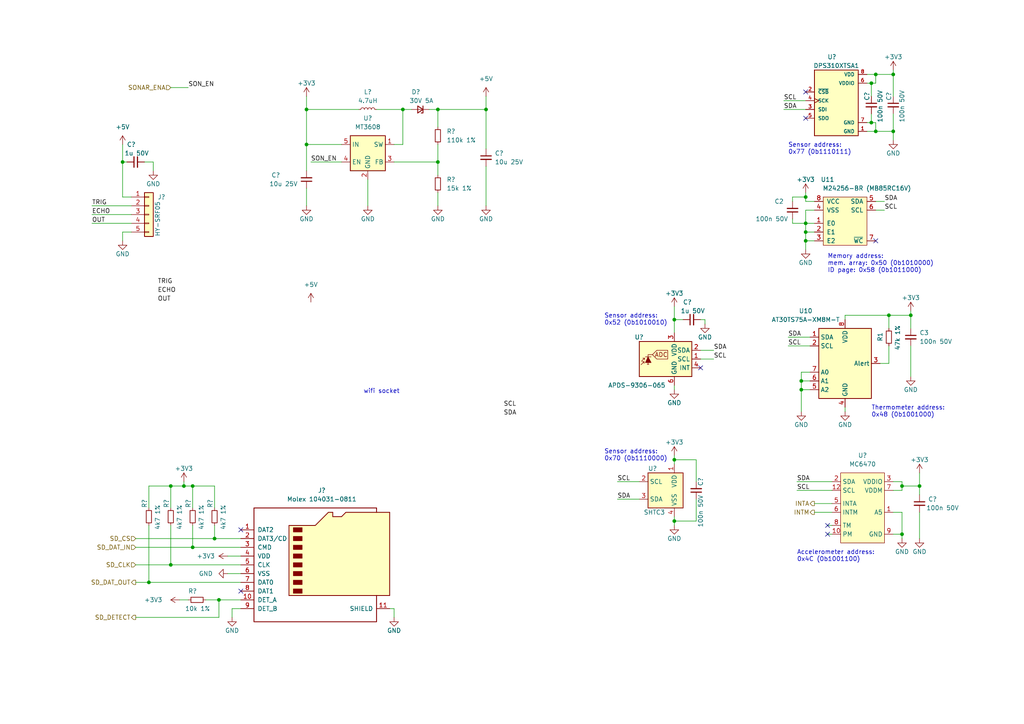
<source format=kicad_sch>
(kicad_sch (version 20211123) (generator eeschema)
  (paper "A4")
  (lib_symbols
    (symbol "Connector:Micro_SD_Card_Det" (pin_names (offset 1.016))
      (property "Reference" "J" (at -16.51 17.78 0))
      (property "Value" "Micro_SD_Card_Det" (at 16.51 17.78 0))
      (symbol "Micro_SD_Card_Det_0_1"
        (rectangle (start -7.62 -6.985) (end -5.08 -8.255) (fill (type outline)))
        (rectangle (start -7.62 -4.445) (end -5.08 -5.715) (fill (type outline)))
        (rectangle (start -7.62 -1.905) (end -5.08 -3.175) (fill (type outline)))
        (rectangle (start -7.62 0.635) (end -5.08 -0.635) (fill (type outline)))
        (rectangle (start -7.62 3.175) (end -5.08 1.905) (fill (type outline)))
        (rectangle (start -7.62 5.715) (end -5.08 4.445) (fill (type outline)))
        (rectangle (start -7.62 8.255) (end -5.08 6.985) (fill (type outline)))
        (rectangle (start -7.62 10.795) (end -5.08 9.525) (fill (type outline)))
        (polyline (pts (xy 16.51 15.24) (xy 16.51 16.51) (xy -19.05 16.51) (xy -19.05 -16.51) (xy 16.51 -16.51) (xy 16.51 -8.89)) (stroke (width 0.254)))
        (polyline (pts (xy -8.89 -8.89) (xy -8.89 11.43) (xy -1.27 11.43) (xy 2.54 15.24) (xy 3.81 15.24) (xy 3.81 13.97) (xy 6.35 13.97) (xy 7.62 15.24) (xy 20.32 15.24) (xy 20.32 -8.89) (xy -8.89 -8.89)) (stroke (width 0.254)) (fill (type background)))
      )
      (symbol "Micro_SD_Card_Det_1_1"
        (pin bidirectional line (at -22.86 10.16 0) (length 3.81) (name "DAT2") (number "1"))
        (pin passive line (at -22.86 -10.16 0) (length 3.81) (name "DET_A") (number "10"))
        (pin passive line (at 20.32 -12.7 180) (length 3.81) (name "SHIELD") (number "11"))
        (pin bidirectional line (at -22.86 7.62 0) (length 3.81) (name "DAT3/CD") (number "2"))
        (pin input line (at -22.86 5.08 0) (length 3.81) (name "CMD") (number "3"))
        (pin power_in line (at -22.86 2.54 0) (length 3.81) (name "VDD") (number "4"))
        (pin input line (at -22.86 0 0) (length 3.81) (name "CLK") (number "5"))
        (pin power_in line (at -22.86 -2.54 0) (length 3.81) (name "VSS") (number "6"))
        (pin bidirectional line (at -22.86 -5.08 0) (length 3.81) (name "DAT0") (number "7"))
        (pin bidirectional line (at -22.86 -7.62 0) (length 3.81) (name "DAT1") (number "8"))
        (pin passive line (at -22.86 -12.7 0) (length 3.81) (name "DET_B") (number "9"))
      )
    )
    (symbol "Connector_Generic:Conn_01x05" (pin_names (offset 1.016) hide)
      (property "Reference" "J" (at 0 7.62 0))
      (property "Value" "Conn_01x05" (at 0 -7.62 0))
      (symbol "Conn_01x05_1_1"
        (rectangle (start -1.27 -4.953) (end 0 -5.207) (stroke (width 0.1524)))
        (rectangle (start -1.27 -2.413) (end 0 -2.667) (stroke (width 0.1524)))
        (rectangle (start -1.27 0.127) (end 0 -0.127) (stroke (width 0.1524)))
        (rectangle (start -1.27 2.667) (end 0 2.413) (stroke (width 0.1524)))
        (rectangle (start -1.27 5.207) (end 0 4.953) (stroke (width 0.1524)))
        (rectangle (start -1.27 6.35) (end 1.27 -6.35) (stroke (width 0.254)) (fill (type background)))
        (pin passive line (at -5.08 5.08 0) (length 3.81) (name "Pin_1") (number "1"))
        (pin passive line (at -5.08 2.54 0) (length 3.81) (name "Pin_2") (number "2"))
        (pin passive line (at -5.08 0 0) (length 3.81) (name "Pin_3") (number "3"))
        (pin passive line (at -5.08 -2.54 0) (length 3.81) (name "Pin_4") (number "4"))
        (pin passive line (at -5.08 -5.08 0) (length 3.81) (name "Pin_5") (number "5"))
      )
    )
    (symbol "DPS310XTSA1:DPS310XTSA1" (pin_names (offset 1.016))
      (property "Reference" "U?" (at -5.08 13.97 0))
      (property "Value" "DPS310XTSA1" (at 0 11.43 0))
      (symbol "DPS310XTSA1_0_0"
        (rectangle (start -6.35 10.16) (end 6.35 -8.89) (stroke (width 0.254)) (fill (type background)))
        (pin power_in line (at 8.89 -7.62 180) (length 2.54) (name "GND") (number "1"))
        (pin input line (at -8.89 3.81 0) (length 2.54) (name "~{CSB}") (number "2"))
        (pin bidirectional line (at -8.89 -1.27 0) (length 2.54) (name "SDI") (number "3"))
        (pin input clock (at -8.89 1.27 0) (length 2.54) (name "SCK") (number "4"))
        (pin output line (at -8.89 -3.81 0) (length 2.54) (name "SDO") (number "5"))
        (pin power_in line (at 8.89 6.35 180) (length 2.54) (name "VDDIO") (number "6"))
        (pin power_in line (at 8.89 -5.08 180) (length 2.54) (name "GND") (number "7"))
        (pin power_in line (at 8.89 8.89 180) (length 2.54) (name "VDD") (number "8"))
      )
    )
    (symbol "Device:C_Small" (pin_numbers hide) (pin_names (offset 0.254) hide)
      (property "Reference" "C" (at 0.254 1.778 0))
      (property "Value" "C_Small" (at 0.254 -2.032 0))
      (symbol "C_Small_0_1"
        (polyline (pts (xy -1.524 -0.508) (xy 1.524 -0.508)) (stroke (width 0.3302)))
        (polyline (pts (xy -1.524 0.508) (xy 1.524 0.508)) (stroke (width 0.3048)))
      )
      (symbol "C_Small_1_1"
        (pin passive line (at 0 2.54 270) (length 2.032) (name "~") (number "1"))
        (pin passive line (at 0 -2.54 90) (length 2.032) (name "~") (number "2"))
      )
    )
    (symbol "Device:D_Zener_Small" (pin_numbers hide) (pin_names (offset 0.254) hide)
      (property "Reference" "D" (at 0 2.286 0))
      (property "Value" "D_Zener_Small" (at 0 -2.286 0))
      (symbol "D_Zener_Small_0_1"
        (polyline (pts (xy 0.762 0) (xy -0.762 0)))
        (polyline (pts (xy -0.254 1.016) (xy -0.762 1.016) (xy -0.762 -1.016)) (stroke (width 0.254)))
        (polyline (pts (xy 0.762 1.016) (xy -0.762 0) (xy 0.762 -1.016) (xy 0.762 1.016)) (stroke (width 0.254)))
      )
      (symbol "D_Zener_Small_1_1"
        (pin passive line (at -2.54 0 0) (length 1.778) (name "K") (number "1"))
        (pin passive line (at 2.54 0 180) (length 1.778) (name "A") (number "2"))
      )
    )
    (symbol "Device:L_Small" (pin_numbers hide) (pin_names (offset 0.254) hide)
      (property "Reference" "L" (at 0.762 1.016 0))
      (property "Value" "L_Small" (at 0.762 -1.016 0))
      (symbol "L_Small_0_1"
        (arc (start 0 -2.032) (mid 0.508 -1.524) (end 0 -1.016))
        (arc (start 0 -1.016) (mid 0.508 -0.508) (end 0 0))
        (arc (start 0 0) (mid 0.508 0.508) (end 0 1.016))
        (arc (start 0 1.016) (mid 0.508 1.524) (end 0 2.032))
      )
      (symbol "L_Small_1_1"
        (pin passive line (at 0 2.54 270) (length 0.508) (name "~") (number "1"))
        (pin passive line (at 0 -2.54 90) (length 0.508) (name "~") (number "2"))
      )
    )
    (symbol "Device:R_Small" (pin_numbers hide) (pin_names (offset 0.254) hide)
      (property "Reference" "R" (at 0.762 0.508 0))
      (property "Value" "R_Small" (at 0.762 -1.016 0))
      (symbol "R_Small_0_1"
        (rectangle (start -0.762 1.778) (end 0.762 -1.778) (stroke (width 0.2032)))
      )
      (symbol "R_Small_1_1"
        (pin passive line (at 0 2.54 270) (length 0.762) (name "~") (number "1"))
        (pin passive line (at 0 -2.54 90) (length 0.762) (name "~") (number "2"))
      )
    )
    (symbol "M24256-BR:M24256-BR" (pin_names (offset 1.016))
      (property "Reference" "U" (at -5.08 11.43 0))
      (property "Value" "M24256-BR" (at 0 8.89 0))
      (symbol "M24256-BR_0_1"
        (rectangle (start -6.35 -6.35) (end 6.35 7.62) (fill (type background)))
      )
      (symbol "M24256-BR_1_1"
        (pin input line (at -8.89 0 0) (length 2.54) (name "E0") (number "1"))
        (pin input line (at -8.89 -2.54 0) (length 2.54) (name "E1") (number "2"))
        (pin input line (at -8.89 -5.08 0) (length 2.54) (name "E2") (number "3"))
        (pin power_in line (at -8.89 3.81 0) (length 2.54) (name "VSS") (number "4"))
        (pin bidirectional line (at 8.89 6.35 180) (length 2.54) (name "SDA") (number "5"))
        (pin input line (at 8.89 3.81 180) (length 2.54) (name "SCL") (number "6"))
        (pin input line (at 8.89 -5.08 180) (length 2.54) (name "~{WC}") (number "7"))
        (pin power_in line (at -8.89 6.35 0) (length 2.54) (name "VCC") (number "8"))
      )
    )
    (symbol "MC6470:MC6470"
      (property "Reference" "U" (at -5.08 13.97 0))
      (property "Value" "MC6470" (at -2.54 11.43 0))
      (symbol "MC6470_0_1"
        (rectangle (start -6.35 10.16) (end 6.35 -10.16) (fill (type background)))
      )
      (symbol "MC6470_1_1"
        (pin passive line (at 8.89 -1.27 180) (length 2.54) (name "A5") (number "1"))
        (pin passive line (at -8.89 -7.62 0) (length 2.54) (name "PM") (number "10"))
        (pin no_connect line (at 1.905 0.635 90) (length 2.54) hide (name "NC") (number "11"))
        (pin passive line (at -8.89 5.08 0) (length 2.54) (name "SCL") (number "12"))
        (pin passive line (at -8.89 7.62 0) (length 2.54) (name "SDA") (number "2"))
        (pin passive line (at 8.89 7.62 180) (length 2.54) (name "VDDIO") (number "3"))
        (pin no_connect line (at -0.635 0.635 90) (length 2.54) hide (name "NC") (number "4"))
        (pin passive line (at -8.89 1.27 0) (length 2.54) (name "INTA") (number "5"))
        (pin passive line (at -8.89 -1.27 0) (length 2.54) (name "INTM") (number "6"))
        (pin passive line (at 8.89 5.08 180) (length 2.54) (name "VDDM") (number "7"))
        (pin passive line (at -8.89 -5.08 0) (length 2.54) (name "TM") (number "8"))
        (pin passive line (at 8.89 -7.62 180) (length 2.54) (name "GND") (number "9"))
      )
    )
    (symbol "Regulator_Switching:MT3608"
      (property "Reference" "U" (at -2.54 8.89 0))
      (property "Value" "MT3608" (at -3.81 6.35 0))
      (symbol "MT3608_0_1"
        (rectangle (start -5.08 5.08) (end 5.08 -5.08) (stroke (width 0.254)) (fill (type background)))
      )
      (symbol "MT3608_1_1"
        (pin passive line (at 7.62 2.54 180) (length 2.54) (name "SW") (number "1"))
        (pin power_in line (at 0 -7.62 90) (length 2.54) (name "GND") (number "2"))
        (pin input line (at 7.62 -2.54 180) (length 2.54) (name "FB") (number "3"))
        (pin input line (at -7.62 -2.54 0) (length 2.54) (name "EN") (number "4"))
        (pin power_in line (at -7.62 2.54 0) (length 2.54) (name "IN") (number "5"))
        (pin no_connect line (at 5.08 0 180) (length 2.54) hide (name "NC") (number "6"))
      )
    )
    (symbol "Sensor_Humidity:SHTC3"
      (property "Reference" "U" (at -3.81 6.35 0))
      (property "Value" "SHTC3" (at -2.54 -6.35 0))
      (symbol "SHTC3_1_1"
        (rectangle (start -5.08 5.08) (end 5.08 -5.08) (stroke (width 0.254)) (fill (type background)))
        (pin power_in line (at 2.54 7.62 270) (length 2.54) (name "VDD") (number "1"))
        (pin input line (at -7.62 2.54 0) (length 2.54) (name "SCL") (number "2"))
        (pin bidirectional line (at -7.62 -2.54 0) (length 2.54) (name "SDA") (number "3"))
        (pin power_in line (at 2.54 -7.62 90) (length 2.54) (name "VSS") (number "4"))
        (pin no_connect line (at 5.08 0 180) (length 2.54) hide (name "NC") (number "5"))
      )
    )
    (symbol "Sensor_Optical:APDS-9306-065"
      (property "Reference" "U" (at -6.35 6.35 0))
      (property "Value" "APDS-9306-065" (at 3.81 6.35 0))
      (symbol "APDS-9306-065_0_0"
        (polyline (pts (xy -3.81 1.27) (xy -2.54 2.54) (xy 0.635 2.54) (xy 0.635 0) (xy -2.54 0) (xy -3.81 1.27)))
        (text "ADC" (at -1.27 1.27 0) (effects (font (size 1.27 1.27))))
      )
      (symbol "APDS-9306-065_0_1"
        (rectangle (start -7.62 5.08) (end 7.62 -5.08) (stroke (width 0.254)) (fill (type background)))
      )
      (symbol "APDS-9306-065_1_0"
        (polyline (pts (xy -5.08 -1.524) (xy -5.08 1.27) (xy -3.81 1.27)))
      )
      (symbol "APDS-9306-065_1_1"
        (polyline (pts (xy -6.223 -0.762) (xy -7.112 -1.651)))
        (polyline (pts (xy -6.223 -0.762) (xy -6.731 -0.762)))
        (polyline (pts (xy -6.223 -0.762) (xy -6.223 -1.27)))
        (polyline (pts (xy -6.096 0.254) (xy -6.985 -0.635)))
        (polyline (pts (xy -6.096 0.254) (xy -6.604 0.254)))
        (polyline (pts (xy -6.096 0.254) (xy -6.096 -0.254)))
        (polyline (pts (xy -5.842 0.635) (xy -4.191 0.635)))
        (polyline (pts (xy -4.826 -1.524) (xy -5.334 -1.524)))
        (polyline (pts (xy -5.842 -1.016) (xy -4.191 -1.016) (xy -5.08 0.635) (xy -5.842 -1.016)) (fill (type outline)))
        (pin input line (at 10.16 0 180) (length 2.54) (name "SCL") (number "1"))
        (pin bidirectional line (at 10.16 2.54 180) (length 2.54) (name "SDA") (number "2"))
        (pin power_in line (at 2.54 7.62 270) (length 2.54) (name "VDD") (number "3"))
        (pin open_collector line (at 10.16 -2.54 180) (length 2.54) (name "INT") (number "4"))
        (pin no_connect line (at -7.62 2.54 0) (length 2.54) hide (name "NC") (number "5"))
        (pin power_in line (at 2.54 -7.62 90) (length 2.54) (name "GND") (number "6"))
      )
    )
    (symbol "Sensor_Temperature:MCP9808_MSOP"
      (property "Reference" "U" (at -6.35 11.43 0))
      (property "Value" "MCP9808_MSOP" (at 10.16 11.43 0))
      (symbol "MCP9808_MSOP_0_1"
        (rectangle (start -7.62 10.16) (end 7.62 -10.16) (stroke (width 0.254)) (fill (type background)))
      )
      (symbol "MCP9808_MSOP_1_1"
        (pin bidirectional line (at -10.16 7.62 0) (length 2.54) (name "SDA") (number "1"))
        (pin input line (at -10.16 5.08 0) (length 2.54) (name "SCL") (number "2"))
        (pin output line (at 10.16 0 180) (length 2.54) (name "Alert") (number "3"))
        (pin power_in line (at 0 -12.7 90) (length 2.54) (name "GND") (number "4"))
        (pin input line (at -10.16 -7.62 0) (length 2.54) (name "A2") (number "5"))
        (pin input line (at -10.16 -5.08 0) (length 2.54) (name "A1") (number "6"))
        (pin input line (at -10.16 -2.54 0) (length 2.54) (name "A0") (number "7"))
        (pin power_in line (at 0 12.7 270) (length 2.54) (name "VDD") (number "8"))
      )
    )
    (symbol "power:+3.3V" (power) (pin_names (offset 0))
      (property "Value" "+3.3V" (at 0 3.556 0))
      (symbol "+3.3V_0_1"
        (polyline (pts (xy -0.762 1.27) (xy 0 2.54)))
        (polyline (pts (xy 0 0) (xy 0 2.54)))
        (polyline (pts (xy 0 2.54) (xy 0.762 1.27)))
      )
      (symbol "+3.3V_1_1"
        (pin power_in line (at 0 0 90) (length 0) hide (name "+3V3") (number "1"))
      )
    )
    (symbol "power:+5V" (power) (pin_names (offset 0))
      (property "Value" "+5V" (at 0 3.556 0))
      (symbol "+5V_0_1"
        (polyline (pts (xy -0.762 1.27) (xy 0 2.54)))
        (polyline (pts (xy 0 0) (xy 0 2.54)))
        (polyline (pts (xy 0 2.54) (xy 0.762 1.27)))
      )
      (symbol "+5V_1_1"
        (pin power_in line (at 0 0 90) (length 0) hide (name "+5V") (number "1"))
      )
    )
    (symbol "power:GND" (power) (pin_names (offset 0))
      (property "Value" "GND" (at 0 -3.81 0))
      (symbol "GND_0_1"
        (polyline (pts (xy 0 0) (xy 0 -1.27) (xy 1.27 -1.27) (xy 0 -2.54) (xy -1.27 -1.27) (xy 0 -1.27)))
      )
      (symbol "GND_1_1"
        (pin power_in line (at 0 0 270) (length 0) hide (name "GND") (number "1"))
      )
    )
  )
  (junction (at 233.68 64.77))
  (junction (at 259.08 21.59))
  (junction (at 195.58 151.13))
  (junction (at 43.18 168.91))
  (junction (at 35.56 46.99))
  (junction (at 266.7 140.97))
  (junction (at 261.62 140.97))
  (junction (at 116.84 31.75))
  (junction (at 49.53 163.83))
  (junction (at 55.88 158.75))
  (junction (at 264.16 91.44))
  (junction (at 259.08 38.1))
  (junction (at 232.41 110.49))
  (junction (at 195.58 133.35))
  (junction (at 88.9 41.91))
  (junction (at 233.68 57.15))
  (junction (at 233.68 67.31))
  (junction (at 55.88 140.97))
  (junction (at 63.5 173.99))
  (junction (at 233.68 69.85))
  (junction (at 254 38.1))
  (junction (at 88.9 31.75))
  (junction (at 195.58 92.71))
  (junction (at 49.53 140.97))
  (junction (at 53.34 140.97))
  (junction (at 261.62 154.94))
  (junction (at 62.23 156.21))
  (junction (at 257.81 91.44))
  (junction (at 252.73 24.13))
  (junction (at 252.73 35.56))
  (junction (at 254 21.59))
  (junction (at 127 46.99))
  (junction (at 232.41 113.03))
  (junction (at 140.97 31.75))
  (junction (at 127 31.75))
  (no_connect (at 240.03 154.94))
  (no_connect (at 203.2 106.68))
  (no_connect (at 254 69.85))
  (no_connect (at 233.68 26.67))
  (no_connect (at 69.85 171.45))
  (no_connect (at 69.85 153.67))
  (no_connect (at 233.68 34.29))
  (no_connect (at 240.03 152.4))
  (wire (pts (xy 62.23 152.4) (xy 62.23 156.21)))
  (wire (pts (xy 88.9 54.61) (xy 88.9 59.69)))
  (wire (pts (xy 109.22 31.75) (xy 116.84 31.75)))
  (wire (pts (xy 261.62 148.59) (xy 261.62 154.94)))
  (wire (pts (xy 203.2 92.71) (xy 204.47 92.71)))
  (wire (pts (xy 35.56 57.15) (xy 38.1 57.15)))
  (wire (pts (xy 53.34 140.97) (xy 55.88 140.97)))
  (wire (pts (xy 251.46 24.13) (xy 252.73 24.13)))
  (wire (pts (xy 49.53 163.83) (xy 69.85 163.83)))
  (wire (pts (xy 232.41 119.38) (xy 232.41 113.03)))
  (wire (pts (xy 88.9 27.94) (xy 88.9 31.75)))
  (wire (pts (xy 114.3 176.53) (xy 114.3 179.07)))
  (wire (pts (xy 257.81 105.41) (xy 255.27 105.41)))
  (wire (pts (xy 201.93 144.78) (xy 201.93 151.13)))
  (wire (pts (xy 232.41 113.03) (xy 234.95 113.03)))
  (wire (pts (xy 264.16 91.44) (xy 257.81 91.44)))
  (wire (pts (xy 228.6 97.79) (xy 234.95 97.79)))
  (wire (pts (xy 233.68 69.85) (xy 233.68 72.39)))
  (wire (pts (xy 195.58 149.86) (xy 195.58 151.13)))
  (wire (pts (xy 39.37 156.21) (xy 62.23 156.21)))
  (wire (pts (xy 229.87 57.15) (xy 233.68 57.15)))
  (wire (pts (xy 41.91 46.99) (xy 44.45 46.99)))
  (wire (pts (xy 43.18 152.4) (xy 43.18 168.91)))
  (wire (pts (xy 55.88 140.97) (xy 55.88 147.32)))
  (wire (pts (xy 39.37 163.83) (xy 49.53 163.83)))
  (wire (pts (xy 114.3 41.91) (xy 116.84 41.91)))
  (wire (pts (xy 229.87 58.42) (xy 229.87 57.15)))
  (wire (pts (xy 254 58.42) (xy 256.54 58.42)))
  (wire (pts (xy 236.22 60.96) (xy 233.68 60.96)))
  (wire (pts (xy 233.68 67.31) (xy 233.68 69.85)))
  (wire (pts (xy 233.68 55.88) (xy 233.68 57.15)))
  (wire (pts (xy 259.08 148.59) (xy 261.62 148.59)))
  (wire (pts (xy 49.53 25.4) (xy 54.61 25.4)))
  (wire (pts (xy 127 46.99) (xy 127 50.8)))
  (wire (pts (xy 49.53 140.97) (xy 53.34 140.97)))
  (wire (pts (xy 52.07 173.99) (xy 54.61 173.99)))
  (wire (pts (xy 261.62 140.97) (xy 261.62 139.7)))
  (wire (pts (xy 254 35.56) (xy 254 38.1)))
  (wire (pts (xy 227.33 31.75) (xy 233.68 31.75)))
  (wire (pts (xy 39.37 179.07) (xy 63.5 179.07)))
  (wire (pts (xy 251.46 38.1) (xy 254 38.1)))
  (wire (pts (xy 245.11 118.11) (xy 245.11 119.38)))
  (wire (pts (xy 140.97 31.75) (xy 140.97 27.94)))
  (wire (pts (xy 259.08 20.32) (xy 259.08 21.59)))
  (wire (pts (xy 179.07 144.78) (xy 185.42 144.78)))
  (wire (pts (xy 67.31 176.53) (xy 69.85 176.53)))
  (wire (pts (xy 35.56 41.91) (xy 35.56 46.99)))
  (wire (pts (xy 252.73 24.13) (xy 254 24.13)))
  (wire (pts (xy 114.3 46.99) (xy 127 46.99)))
  (wire (pts (xy 43.18 147.32) (xy 43.18 140.97)))
  (wire (pts (xy 49.53 152.4) (xy 49.53 163.83)))
  (wire (pts (xy 257.81 100.33) (xy 257.81 105.41)))
  (wire (pts (xy 229.87 64.77) (xy 233.68 64.77)))
  (wire (pts (xy 232.41 110.49) (xy 234.95 110.49)))
  (wire (pts (xy 251.46 35.56) (xy 252.73 35.56)))
  (wire (pts (xy 264.16 100.33) (xy 264.16 109.22)))
  (wire (pts (xy 43.18 168.91) (xy 69.85 168.91)))
  (wire (pts (xy 229.87 63.5) (xy 229.87 64.77)))
  (wire (pts (xy 259.08 33.02) (xy 259.08 38.1)))
  (wire (pts (xy 233.68 64.77) (xy 236.22 64.77)))
  (wire (pts (xy 88.9 31.75) (xy 88.9 41.91)))
  (wire (pts (xy 44.45 46.99) (xy 44.45 49.53)))
  (wire (pts (xy 124.46 31.75) (xy 127 31.75)))
  (wire (pts (xy 67.31 179.07) (xy 67.31 176.53)))
  (wire (pts (xy 240.03 154.94) (xy 241.3 154.94)))
  (wire (pts (xy 43.18 140.97) (xy 49.53 140.97)))
  (wire (pts (xy 233.68 67.31) (xy 236.22 67.31)))
  (wire (pts (xy 232.41 107.95) (xy 234.95 107.95)))
  (wire (pts (xy 127 55.88) (xy 127 59.69)))
  (wire (pts (xy 251.46 21.59) (xy 254 21.59)))
  (wire (pts (xy 232.41 113.03) (xy 232.41 110.49)))
  (wire (pts (xy 63.5 173.99) (xy 63.5 179.07)))
  (wire (pts (xy 259.08 38.1) (xy 259.08 40.64)))
  (wire (pts (xy 195.58 92.71) (xy 195.58 96.52)))
  (wire (pts (xy 116.84 31.75) (xy 116.84 41.91)))
  (wire (pts (xy 259.08 21.59) (xy 259.08 27.94)))
  (wire (pts (xy 201.93 139.7) (xy 201.93 133.35)))
  (wire (pts (xy 127 31.75) (xy 127 36.83)))
  (wire (pts (xy 252.73 33.02) (xy 252.73 35.56)))
  (wire (pts (xy 140.97 31.75) (xy 140.97 43.18)))
  (wire (pts (xy 233.68 57.15) (xy 233.68 58.42)))
  (wire (pts (xy 49.53 147.32) (xy 49.53 140.97)))
  (wire (pts (xy 35.56 46.99) (xy 36.83 46.99)))
  (wire (pts (xy 35.56 67.31) (xy 38.1 67.31)))
  (wire (pts (xy 55.88 140.97) (xy 62.23 140.97)))
  (wire (pts (xy 227.33 29.21) (xy 233.68 29.21)))
  (wire (pts (xy 228.6 100.33) (xy 234.95 100.33)))
  (wire (pts (xy 245.11 91.44) (xy 245.11 92.71)))
  (wire (pts (xy 62.23 140.97) (xy 62.23 147.32)))
  (wire (pts (xy 231.14 142.24) (xy 241.3 142.24)))
  (wire (pts (xy 252.73 35.56) (xy 254 35.56)))
  (wire (pts (xy 66.04 166.37) (xy 69.85 166.37)))
  (wire (pts (xy 257.81 95.25) (xy 257.81 91.44)))
  (wire (pts (xy 261.62 142.24) (xy 261.62 140.97)))
  (wire (pts (xy 88.9 31.75) (xy 104.14 31.75)))
  (wire (pts (xy 195.58 151.13) (xy 195.58 152.4)))
  (wire (pts (xy 259.08 21.59) (xy 254 21.59)))
  (wire (pts (xy 259.08 142.24) (xy 261.62 142.24)))
  (wire (pts (xy 26.67 59.69) (xy 38.1 59.69)))
  (wire (pts (xy 233.68 67.31) (xy 233.68 64.77)))
  (wire (pts (xy 90.17 46.99) (xy 99.06 46.99)))
  (wire (pts (xy 232.41 110.49) (xy 232.41 107.95)))
  (wire (pts (xy 236.22 148.59) (xy 241.3 148.59)))
  (wire (pts (xy 204.47 92.71) (xy 204.47 93.98)))
  (wire (pts (xy 259.08 38.1) (xy 254 38.1)))
  (wire (pts (xy 62.23 156.21) (xy 69.85 156.21)))
  (wire (pts (xy 63.5 173.99) (xy 69.85 173.99)))
  (wire (pts (xy 195.58 92.71) (xy 198.12 92.71)))
  (wire (pts (xy 236.22 69.85) (xy 233.68 69.85)))
  (wire (pts (xy 266.7 140.97) (xy 266.7 143.51)))
  (wire (pts (xy 231.14 139.7) (xy 241.3 139.7)))
  (wire (pts (xy 106.68 52.07) (xy 106.68 59.69)))
  (wire (pts (xy 39.37 168.91) (xy 43.18 168.91)))
  (wire (pts (xy 39.37 158.75) (xy 55.88 158.75)))
  (wire (pts (xy 240.03 152.4) (xy 241.3 152.4)))
  (wire (pts (xy 261.62 154.94) (xy 261.62 156.21)))
  (wire (pts (xy 127 31.75) (xy 140.97 31.75)))
  (wire (pts (xy 195.58 88.9) (xy 195.58 92.71)))
  (wire (pts (xy 53.34 139.7) (xy 53.34 140.97)))
  (wire (pts (xy 195.58 132.08) (xy 195.58 133.35)))
  (wire (pts (xy 195.58 111.76) (xy 195.58 113.03)))
  (wire (pts (xy 233.68 58.42) (xy 236.22 58.42)))
  (wire (pts (xy 252.73 24.13) (xy 252.73 27.94)))
  (wire (pts (xy 26.67 62.23) (xy 38.1 62.23)))
  (wire (pts (xy 55.88 158.75) (xy 69.85 158.75)))
  (wire (pts (xy 66.04 161.29) (xy 69.85 161.29)))
  (wire (pts (xy 266.7 148.59) (xy 266.7 156.21)))
  (wire (pts (xy 203.2 104.14) (xy 207.01 104.14)))
  (wire (pts (xy 266.7 137.16) (xy 266.7 140.97)))
  (wire (pts (xy 203.2 101.6) (xy 207.01 101.6)))
  (wire (pts (xy 55.88 152.4) (xy 55.88 158.75)))
  (wire (pts (xy 88.9 41.91) (xy 88.9 49.53)))
  (wire (pts (xy 201.93 133.35) (xy 195.58 133.35)))
  (wire (pts (xy 259.08 154.94) (xy 261.62 154.94)))
  (wire (pts (xy 236.22 146.05) (xy 241.3 146.05)))
  (wire (pts (xy 116.84 31.75) (xy 119.38 31.75)))
  (wire (pts (xy 245.11 91.44) (xy 257.81 91.44)))
  (wire (pts (xy 26.67 64.77) (xy 38.1 64.77)))
  (wire (pts (xy 35.56 69.85) (xy 35.56 67.31)))
  (wire (pts (xy 179.07 139.7) (xy 185.42 139.7)))
  (wire (pts (xy 264.16 95.25) (xy 264.16 91.44)))
  (wire (pts (xy 233.68 60.96) (xy 233.68 64.77)))
  (wire (pts (xy 259.08 139.7) (xy 261.62 139.7)))
  (wire (pts (xy 264.16 90.17) (xy 264.16 91.44)))
  (wire (pts (xy 140.97 48.26) (xy 140.97 59.69)))
  (wire (pts (xy 35.56 46.99) (xy 35.56 57.15)))
  (wire (pts (xy 113.03 176.53) (xy 114.3 176.53)))
  (wire (pts (xy 254 60.96) (xy 256.54 60.96)))
  (wire (pts (xy 254 21.59) (xy 254 24.13)))
  (wire (pts (xy 88.9 41.91) (xy 99.06 41.91)))
  (wire (pts (xy 195.58 133.35) (xy 195.58 134.62)))
  (wire (pts (xy 201.93 151.13) (xy 195.58 151.13)))
  (wire (pts (xy 59.69 173.99) (xy 63.5 173.99)))
  (wire (pts (xy 127 41.91) (xy 127 46.99)))
  (wire (pts (xy 261.62 140.97) (xy 266.7 140.97)))
  (text "Sensor address: \n0x77 (0b1110111)\n\n" (at 228.6 46.99 0) (effects (font (size 1.27 1.27)) (justify left bottom)))
  (text "Accelerometer address: \n0x4C (0b1001100)\n\n" (at 231.14 165.1 0) (effects (font (size 1.27 1.27)) (justify left bottom)))
  (text "wifi socket" (at 105.41 114.3 0) (effects (font (size 1.27 1.27)) (justify left bottom)))
  (text "Thermometer address: \n0x48 (0b1001000)\n\n" (at 252.73 123.19 0) (effects (font (size 1.27 1.27)) (justify left bottom)))
  (text "Sensor address: \n0x52 (0b1010010)\n\n" (at 175.26 96.52 0) (effects (font (size 1.27 1.27)) (justify left bottom)))
  (text "Sensor address: \n0x70 (0b1110000)\n\n" (at 175.26 135.89 0) (effects (font (size 1.27 1.27)) (justify left bottom)))
  (text "Memory address: \nmem. array: 0x50 (0b1010000)\nID page: 0x58 (0b1011000)\n\n" (at 240.03 81.28 0) (effects (font (size 1.27 1.27)) (justify left bottom)))
  (label "ECHO" (at 45.72 85.09 0))
  (label "OUT" (at 26.67 64.77 0))
  (label "SDA" (at 231.14 139.7 0))
  (label "SDA" (at 228.6 97.79 0))
  (label "SCL" (at 231.14 142.24 0))
  (label "SCL" (at 228.6 100.33 0))
  (label "SCL" (at 179.07 139.7 0))
  (label "ECHO" (at 26.67 62.23 0))
  (label "SCL" (at 207.01 104.14 0))
  (label "SDA" (at 179.07 144.78 0))
  (label "SON_EN" (at 54.61 25.4 0))
  (label "SCL" (at 146.05 118.11 0))
  (label "SDA" (at 227.33 31.75 0))
  (label "SDA" (at 207.01 101.6 0))
  (label "SON_EN" (at 90.17 46.99 0))
  (label "TRIG" (at 26.67 59.69 0))
  (label "OUT" (at 45.72 87.63 0))
  (label "SCL" (at 256.54 60.96 0))
  (label "SDA" (at 256.54 58.42 0))
  (label "SCL" (at 227.33 29.21 0))
  (label "TRIG" (at 45.72 82.55 0))
  (label "SDA" (at 146.05 120.65 0))
  (hierarchical_label "SD_DAT_IN" (shape input) (at 39.37 158.75 180))
  (hierarchical_label "SONAR_ENA" (shape input) (at 49.53 25.4 180))
  (hierarchical_label "SD_CLK" (shape input) (at 39.37 163.83 180))
  (hierarchical_label "INTM" (shape output) (at 236.22 148.59 180))
  (hierarchical_label "SD_CS" (shape input) (at 39.37 156.21 180))
  (hierarchical_label "INTA" (shape output) (at 236.22 146.05 180))
  (hierarchical_label "SD_DETECT" (shape output) (at 39.37 179.07 180))
  (hierarchical_label "SD_DAT_OUT" (shape output) (at 39.37 168.91 180))
  (symbol (lib_id "power:GND") (at 35.56 69.85 0) (unit 1)
    (property "Reference" "#PWR?" (effects hide))
    (property "Value" "GND" (at 35.56 73.66 0))
  )
  (symbol (lib_id "power:GND") (at 261.62 156.21 0) (mirror y) (unit 1)
    (property "Reference" "#PWR?" (effects hide))
    (property "Value" "GND" (at 261.62 160.02 0))
  )
  (symbol (lib_id "power:+3.3V") (at 52.07 173.99 90) (unit 1)
    (property "Reference" "#PWR?" (effects hide))
    (property "Value" "+3.3V" (at 44.45 173.99 90))
  )
  (symbol (lib_id "Device:R_Small") (at 257.81 97.79 0) (unit 1)
    (property "Reference" "R1" (at 255.27 99.06 90) (effects (justify left)))
    (property "Value" "47k 1%" (at 260.35 101.6 90) (effects (justify left)))
    (property "Footprint" "Resistor_SMD:R_0603_1608Metric" (effects hide))
  )
  (symbol (lib_id "Device:L_Small") (at 106.68 31.75 90) (unit 1)
    (property "Reference" "L?" (at 106.68 26.67 90))
    (property "Value" "4.7uH" (at 106.68 29.21 90))
    (property "Footprint" "Inductor_SMD:L_Wuerth_MAPI-3020" (effects hide))
    (property "Datasheet" "https://product.tdk.com/system/files/dam/doc/product/inductor/inductor/smd/catalog/inductor_commercial_power_vls3012hbx_en.pdf" (effects hide))
    (property "M" "TDK" (effects hide))
    (property "MPN" "VLS3015ET-4R7M" (effects hide))
  )
  (symbol (lib_id "power:GND") (at 88.9 59.69 0) (unit 1)
    (property "Reference" "#PWR?" (effects hide))
    (property "Value" "GND" (at 88.9 63.5 0))
  )
  (symbol (lib_id "power:+5V") (at 140.97 27.94 0) (unit 1)
    (property "Reference" "#PWR?" (effects hide))
    (property "Value" "+5V" (at 140.97 22.86 0))
  )
  (symbol (lib_id "Device:R_Small") (at 55.88 149.86 0) (unit 1)
    (property "Reference" "R?" (at 54.61 147.32 90) (effects (justify left)))
    (property "Value" "4k7 1%" (at 58.42 153.67 90) (effects (justify left)))
    (property "Footprint" "Resistor_SMD:R_0603_1608Metric" (effects hide))
  )
  (symbol (lib_id "power:GND") (at 66.04 166.37 270) (unit 1)
    (property "Reference" "#PWR?" (effects hide))
    (property "Value" "GND" (at 59.69 166.37 90))
  )
  (symbol (lib_id "power:GND") (at 266.7 156.21 0) (mirror y) (unit 1)
    (property "Reference" "#PWR?" (effects hide))
    (property "Value" "GND" (at 266.7 160.02 0))
  )
  (symbol (lib_id "power:GND") (at 140.97 59.69 0) (unit 1)
    (property "Reference" "#PWR?" (effects hide))
    (property "Value" "GND" (at 140.97 63.5 0))
  )
  (symbol (lib_id "Sensor_Optical:APDS-9306-065") (at 193.04 104.14 0) (unit 1)
    (property "Reference" "U?" (at 186.69 97.79 0) (effects (justify right)))
    (property "Value" "APDS-9306-065" (at 193.04 111.76 0) (effects (justify right)))
    (property "Footprint" "OptoDevice:Broadcom_DFN-6_2x2mm_P0.65mm" (effects hide))
    (property "Datasheet" "https://docs.broadcom.com/docs/AV02-4755EN" (effects hide))
    (property "M" "Broadcom" (effects hide))
    (property "MPN" "APDS-9306-065" (effects hide))
  )
  (symbol (lib_id "Device:C_Small") (at 264.16 97.79 0) (unit 1)
    (property "Reference" "C3" (at 266.7 96.52 0) (effects (justify left)))
    (property "Value" "100n 50V" (at 266.7 99.06 0) (effects (justify left)))
    (property "Footprint" "Capacitor_SMD:C_0603_1608Metric" (effects hide))
  )
  (symbol (lib_id "power:GND") (at 259.08 40.64 0) (unit 1)
    (property "Reference" "#PWR?" (effects hide))
    (property "Value" "GND" (at 259.08 44.45 0))
  )
  (symbol (lib_id "power:+5V") (at 35.56 41.91 0) (unit 1)
    (property "Reference" "#PWR?" (effects hide))
    (property "Value" "+5V" (at 35.56 36.83 0))
  )
  (symbol (lib_id "Connector:Micro_SD_Card_Det") (at 92.71 163.83 0) (unit 1)
    (property "Reference" "J?" (at 93.345 142.24 0))
    (property "Value" "Molex 104031-0811" (at 93.345 144.78 0))
    (property "Footprint" "Connector_Card:microSD_HC_Molex_104031-0811" (effects hide))
    (property "Datasheet" "https://www.molex.com/pdm_docs/sd/1040310811_sd.pdf" (effects hide))
    (property "M" "Molex" (effects hide))
    (property "MPN" "104031-0811" (effects hide))
  )
  (symbol (lib_id "Device:R_Small") (at 57.15 173.99 90) (unit 1)
    (property "Reference" "R?" (at 57.15 171.45 90) (effects (justify left)))
    (property "Value" "10k 1%" (at 60.96 176.53 90) (effects (justify left)))
    (property "Footprint" "Resistor_SMD:R_0603_1608Metric" (effects hide))
  )
  (symbol (lib_id "power:GND") (at 106.68 59.69 0) (unit 1)
    (property "Reference" "#PWR?" (effects hide))
    (property "Value" "GND" (at 106.68 63.5 0))
  )
  (symbol (lib_id "power:+3.3V") (at 66.04 161.29 90) (unit 1)
    (property "Reference" "#PWR?" (effects hide))
    (property "Value" "+3.3V" (at 59.69 161.29 90))
  )
  (symbol (lib_id "Device:R_Small") (at 49.53 149.86 0) (unit 1)
    (property "Reference" "R?" (at 48.26 147.32 90) (effects (justify left)))
    (property "Value" "4k7 1%" (at 52.07 153.67 90) (effects (justify left)))
    (property "Footprint" "Resistor_SMD:R_0603_1608Metric" (effects hide))
  )
  (symbol (lib_id "power:+5V") (at 90.17 87.63 0) (unit 1)
    (property "Reference" "#PWR?" (effects hide))
    (property "Value" "+5V" (at 90.17 82.55 0))
  )
  (symbol (lib_id "Regulator_Switching:MT3608") (at 106.68 44.45 0) (unit 1)
    (property "Reference" "U?" (at 106.68 34.29 0))
    (property "Value" "MT3608" (at 106.68 36.83 0))
    (property "Footprint" "Package_TO_SOT_SMD:SOT-23-6" (effects hide))
    (property "Datasheet" "https://www.olimex.com/Products/Breadboarding/BB-PWR-3608/resources/MT3608.pdf" (effects hide))
  )
  (symbol (lib_id "Device:R_Small") (at 62.23 149.86 0) (unit 1)
    (property "Reference" "R?" (at 60.96 147.32 90) (effects (justify left)))
    (property "Value" "4k7 1%" (at 64.77 153.67 90) (effects (justify left)))
    (property "Footprint" "Resistor_SMD:R_0603_1608Metric" (effects hide))
  )
  (symbol (lib_id "power:GND") (at 127 59.69 0) (unit 1)
    (property "Reference" "#PWR?" (effects hide))
    (property "Value" "GND" (at 127 63.5 0))
  )
  (symbol (lib_id "power:+3.3V") (at 195.58 88.9 0) (unit 1)
    (property "Reference" "#PWR?" (effects hide))
    (property "Value" "+3.3V" (at 195.58 85.09 0))
  )
  (symbol (lib_id "Device:R_Small") (at 127 39.37 0) (unit 1)
    (property "Reference" "R?" (at 129.54 38.1 0) (effects (justify left)))
    (property "Value" "110k 1%" (at 129.54 40.64 0) (effects (justify left)))
    (property "Footprint" "Resistor_SMD:R_0603_1608Metric" (effects hide))
  )
  (symbol (lib_id "Device:C_Small") (at 140.97 45.72 0) (unit 1)
    (property "Reference" "C?" (at 143.51 44.45 0) (effects (justify left)))
    (property "Value" "10u 25V" (at 143.51 46.99 0) (effects (justify left)))
    (property "Footprint" "Capacitor_SMD:C_0805_2012Metric" (effects hide))
  )
  (symbol (lib_id "power:GND") (at 245.11 119.38 0) (unit 1)
    (property "Reference" "#PWR07" (effects hide))
    (property "Value" "GND" (at 245.11 123.19 0))
  )
  (symbol (lib_id "Device:C_Small") (at 252.73 30.48 0) (unit 1)
    (property "Reference" "C?" (at 251.46 29.21 90) (effects (justify left)))
    (property "Value" "100n 50V" (at 255.27 35.56 90) (effects (justify left)))
    (property "Footprint" "Capacitor_SMD:C_0603_1608Metric" (effects hide))
  )
  (symbol (lib_id "Device:C_Small") (at 39.37 46.99 90) (unit 1)
    (property "Reference" "C?" (at 39.37 41.91 90) (effects (justify left)))
    (property "Value" "1u 50V" (at 43.18 44.45 90) (effects (justify left)))
    (property "Footprint" "Capacitor_SMD:C_0603_1608Metric" (effects hide))
  )
  (symbol (lib_id "power:+3.3V") (at 233.68 55.88 0) (unit 1)
    (property "Reference" "#PWR04" (effects hide))
    (property "Value" "+3.3V" (at 233.68 52.07 0))
  )
  (symbol (lib_id "Device:C_Small") (at 229.87 60.96 180) (unit 1)
    (property "Reference" "C2" (at 227.33 58.42 0) (effects (justify left)))
    (property "Value" "100n 50V" (at 228.6 63.5 0) (effects (justify left)))
    (property "Footprint" "Capacitor_SMD:C_0603_1608Metric" (effects hide))
  )
  (symbol (lib_id "DPS310XTSA1:DPS310XTSA1") (at 242.57 30.48 0) (unit 1)
    (property "Reference" "U?" (at 241.3 16.51 0))
    (property "Value" "DPS310XTSA1" (at 242.57 19.05 0))
    (property "Footprint" "Package_LGA:Bosch_LGA-8_2x2.5mm_P0.65mm_ClockwisePinNumbering" (effects hide))
    (property "Datasheet" "https://www.mouser.pl/datasheet/2/196/Infineon_DPS310_DataSheet_v01_02_EN-1226485.pdf" (effects hide))
    (property "M" "Infineon" (effects hide))
    (property "MPN" "DPS310XTSA1" (effects hide))
  )
  (symbol (lib_id "MC6470:MC6470") (at 250.19 147.32 0) (unit 1)
    (property "Reference" "U?" (at 250.19 132.08 0))
    (property "Value" "MC6470" (at 250.19 134.62 0))
    (property "Footprint" "Package_LGA:LGA-12_2x2mm_P0.5mm" (effects hide))
    (property "Datasheet" "https://mcubemems.com/wp-content/uploads/2020/03/MC6470-Datasheet-APS-048-0033v1.7-1.pdf" (effects hide))
    (property "M" "Memsic" (effects hide))
    (property "MPN" "MC6470" (effects hide))
  )
  (symbol (lib_id "power:+3.3V") (at 53.34 139.7 0) (unit 1)
    (property "Reference" "#PWR?" (effects hide))
    (property "Value" "+3.3V" (at 53.34 135.89 0))
  )
  (symbol (lib_id "Sensor_Humidity:SHTC3") (at 193.04 142.24 0) (unit 1)
    (property "Reference" "U?" (at 187.96 135.89 0) (effects (justify left)))
    (property "Value" "SHTC3" (at 186.69 148.59 0) (effects (justify left)))
    (property "Footprint" "Sensor_Humidity:Sensirion_DFN-4-1EP_2x2mm_P1mm_EP0.7x1.6mm" (effects hide))
    (property "Datasheet" "https://www.mouser.pl/datasheet/2/682/seri_s_a0003561073_1-2291167.pdf" (effects hide))
    (property "M" "Sensirion" (effects hide))
    (property "MPN" "SHTC3" (effects hide))
  )
  (symbol (lib_id "Device:D_Zener_Small") (at 121.92 31.75 180) (unit 1)
    (property "Reference" "D?" (at 121.92 26.67 0) (effects (justify left)))
    (property "Value" "30V 5A" (at 125.73 29.21 0) (effects (justify left)))
    (property "Footprint" "Diode_SMD:D_SOD-128" (effects hide))
    (property "Datasheet" "https://www.mouser.pl/datasheet/2/916/PMEG3050EP-2938519.pdf" (effects hide))
    (property "M" "Nexperia" (effects hide))
    (property "MPN" "PMEG3050EP,115" (effects hide))
  )
  (symbol (lib_id "Device:R_Small") (at 127 53.34 0) (unit 1)
    (property "Reference" "R?" (at 129.54 52.07 0) (effects (justify left)))
    (property "Value" "15k 1%" (at 129.54 54.61 0) (effects (justify left)))
    (property "Footprint" "Resistor_SMD:R_0603_1608Metric" (effects hide))
  )
  (symbol (lib_id "Device:C_Small") (at 200.66 92.71 90) (unit 1)
    (property "Reference" "C?" (at 200.66 87.63 90) (effects (justify left)))
    (property "Value" "1u 50V" (at 204.47 90.17 90) (effects (justify left)))
    (property "Footprint" "Capacitor_SMD:C_0603_1608Metric" (effects hide))
  )
  (symbol (lib_id "power:+3.3V") (at 195.58 132.08 0) (unit 1)
    (property "Reference" "#PWR?" (effects hide))
    (property "Value" "+3.3V" (at 195.58 128.27 0))
  )
  (symbol (lib_id "Device:C_Small") (at 259.08 30.48 0) (unit 1)
    (property "Reference" "C?" (at 257.81 29.21 90) (effects (justify left)))
    (property "Value" "100n 50V" (at 261.62 35.56 90) (effects (justify left)))
    (property "Footprint" "Capacitor_SMD:C_0603_1608Metric" (effects hide))
  )
  (symbol (lib_id "Device:R_Small") (at 43.18 149.86 0) (unit 1)
    (property "Reference" "R?" (at 41.91 147.32 90) (effects (justify left)))
    (property "Value" "4k7 1%" (at 45.72 153.67 90) (effects (justify left)))
    (property "Footprint" "Resistor_SMD:R_0603_1608Metric" (effects hide))
  )
  (symbol (lib_id "power:GND") (at 67.31 179.07 0) (unit 1)
    (property "Reference" "#PWR?" (effects hide))
    (property "Value" "GND" (at 67.31 182.88 0))
  )
  (symbol (lib_id "power:GND") (at 44.45 49.53 0) (unit 1)
    (property "Reference" "#PWR?" (effects hide))
    (property "Value" "GND" (at 44.45 53.34 0))
  )
  (symbol (lib_id "Device:C_Small") (at 266.7 146.05 0) (mirror y) (unit 1)
    (property "Reference" "C?" (at 271.78 144.78 0) (effects (justify left)))
    (property "Value" "100n 50V" (at 278.13 147.32 0) (effects (justify left)))
    (property "Footprint" "Capacitor_SMD:C_0603_1608Metric_Pad1.08x0.95mm_HandSolder" (effects hide))
  )
  (symbol (lib_id "power:+3.3V") (at 259.08 20.32 0) (unit 1)
    (property "Reference" "#PWR?" (effects hide))
    (property "Value" "+3.3V" (at 259.08 16.51 0))
  )
  (symbol (lib_id "power:GND") (at 195.58 113.03 0) (unit 1)
    (property "Reference" "#PWR?" (effects hide))
    (property "Value" "GND" (at 195.58 116.84 0))
  )
  (symbol (lib_id "power:GND") (at 114.3 179.07 0) (unit 1)
    (property "Reference" "#PWR?" (effects hide))
    (property "Value" "GND" (at 114.3 182.88 0))
  )
  (symbol (lib_id "power:+3.3V") (at 88.9 27.94 0) (unit 1)
    (property "Reference" "#PWR?" (effects hide))
    (property "Value" "+3.3V" (at 88.9 24.13 0))
  )
  (symbol (lib_id "power:GND") (at 204.47 93.98 0) (unit 1)
    (property "Reference" "#PWR?" (effects hide))
    (property "Value" "GND" (at 204.47 97.79 0))
  )
  (symbol (lib_id "power:+3.3V") (at 264.16 90.17 0) (unit 1)
    (property "Reference" "#PWR06" (effects hide))
    (property "Value" "+3.3V" (at 264.16 86.36 0))
  )
  (symbol (lib_id "Device:C_Small") (at 201.93 142.24 180) (unit 1)
    (property "Reference" "C?" (at 203.2 138.43 90) (effects (justify left)))
    (property "Value" "100n 50V" (at 203.2 143.51 90) (effects (justify left)))
    (property "Footprint" "Capacitor_SMD:C_0603_1608Metric" (effects hide))
  )
  (symbol (lib_id "power:GND") (at 233.68 72.39 0) (unit 1)
    (property "Reference" "#PWR05" (effects hide))
    (property "Value" "GND" (at 233.68 76.2 0))
  )
  (symbol (lib_id "Connector_Generic:Conn_01x05") (at 43.18 62.23 0) (unit 1)
    (property "Reference" "J?" (at 45.72 57.15 0) (effects (justify left)))
    (property "Value" "HY-SRF05" (at 45.72 68.58 90) (effects (justify left)))
    (property "Footprint" "Connector_PinSocket_2.54mm:PinSocket_1x05_P2.54mm_Vertical" (effects hide))
  )
  (symbol (lib_id "Sensor_Temperature:MCP9808_MSOP") (at 245.11 105.41 0) (unit 1)
    (property "Reference" "U10" (at 233.68 90.17 0))
    (property "Value" "AT30TS75A-XM8M-T" (at 233.68 92.71 0))
    (property "Footprint" "Package_SO:MSOP-8_3x3mm_P0.65mm" (effects hide))
    (property "Datasheet" "https://www.mouser.pl/datasheet/2/268/Atmel_8839_DTS_AT30TS75A_Datasheet-1368903.pdf" (effects hide))
    (property "M" "Microchip" (effects hide))
    (property "MPN" "AT30TS75A-XM8M-T" (effects hide))
  )
  (symbol (lib_id "power:GND") (at 264.16 109.22 0) (unit 1)
    (property "Reference" "#PWR08" (effects hide))
    (property "Value" "GND" (at 264.16 113.03 0))
  )
  (symbol (lib_id "power:GND") (at 195.58 152.4 0) (unit 1)
    (property "Reference" "#PWR?" (effects hide))
    (property "Value" "GND" (at 195.58 156.21 0))
  )
  (symbol (lib_id "power:+3.3V") (at 266.7 137.16 0) (unit 1)
    (property "Reference" "#PWR?" (effects hide))
    (property "Value" "+3.3V" (at 266.7 133.35 0))
  )
  (symbol (lib_id "power:GND") (at 232.41 119.38 0) (unit 1)
    (property "Reference" "#PWR03" (effects hide))
    (property "Value" "GND" (at 232.41 123.19 0))
  )
  (symbol (lib_id "M24256-BR:M24256-BR") (at 245.11 64.77 0) (unit 1)
    (property "Reference" "U11" (at 240.03 52.07 0))
    (property "Value" "M24256-BR (MB85RC16V)" (at 251.46 54.61 0))
    (property "Footprint" "Package_SO:SOIC-8_3.9x4.9mm_P1.27mm" (effects hide))
    (property "Datasheet" "https://eu.mouser.com/datasheet/2/1113/MB85RC16_DS501_00001_11v0_E-2329168.pdf" (effects hide))
    (property "M" "Fujitsu" (effects hide))
    (property "MPN" "MB85RC16PNF-G-JNERE1" (effects hide))
  )
  (symbol (lib_id "Device:C_Small") (at 88.9 52.07 180) (unit 1)
    (property "Reference" "C?" (at 81.28 50.8 0) (effects (justify left)))
    (property "Value" "10u 25V" (at 86.36 53.34 0) (effects (justify left)))
    (property "Footprint" "Capacitor_SMD:C_0805_2012Metric" (effects hide))
  )
)
</source>
